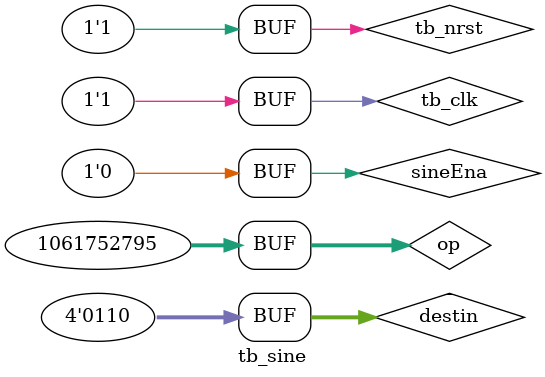
<source format=sv>

`timescale 1ns / 10ps

module tb_sine();
  localparam	CLK_PERIOD	= 5;
  
  reg [31:0] op, result;
  reg sineEna, done;
  reg tb_clk;
  reg tb_nrst;
  reg [3:0] destin, destout;
  reg [31:0] pi4;
  reg [31:0] exout;
  
 	// Clock generation block
	always
	begin
		tb_clk = 1'b0;
		#(CLK_PERIOD/2.0);
		tb_clk = 1'b1;
		#(CLK_PERIOD/2.0);
	end
	
	sine SINE
  (
    .operand(op),
    .sineEna(sineEna),
    .clk(tb_clk),
    .nrst(tb_nrst),
    .in_dest(destin),
    .result(result),
    .done(done),
    .out_dest(destout)
  );
  
  initial
  begin
    tb_nrst = 1'b0;
    #(CLK_PERIOD);
    tb_nrst = 1'b1;
    op = 32'b00111111010010010000111111011011;
    destin = 4'b0001;
    sineEna = 1'b1;
    #(CLK_PERIOD);
    op = 32'b00111111000001100000101010010010;
    destin = 4'b0010;
    #(CLK_PERIOD);
    op = 32'b00000000000000000000000000000000;
    destin = 4'b0011;
    #(CLK_PERIOD);
    op = 32'b10111111010010010000111111011011;
    destin = 4'b0100;
    #(CLK_PERIOD);
    op = 32'b10111111000001100000101010010010;
    destin = 4'b0101;
    #(CLK_PERIOD);
    op = 32'b00111111010010010000111111011011;
    destin = 4'b0110;
    sineEna = 1'b0;
  end
	
endmodule 
</source>
